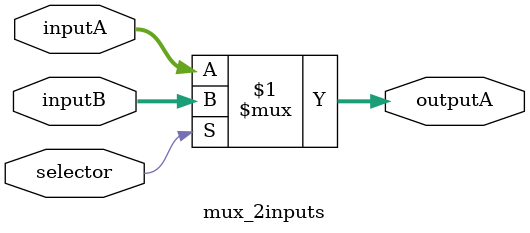
<source format=v>
module mux_2inputs(
	input wire [0:0] selector,
	input wire [31:0] inputA,//0
	input wire [31:0] inputB,//1
	 output wire [31:0] outputA);

assign outputA = (selector[0])? inputB : inputA;
endmodule 
</source>
